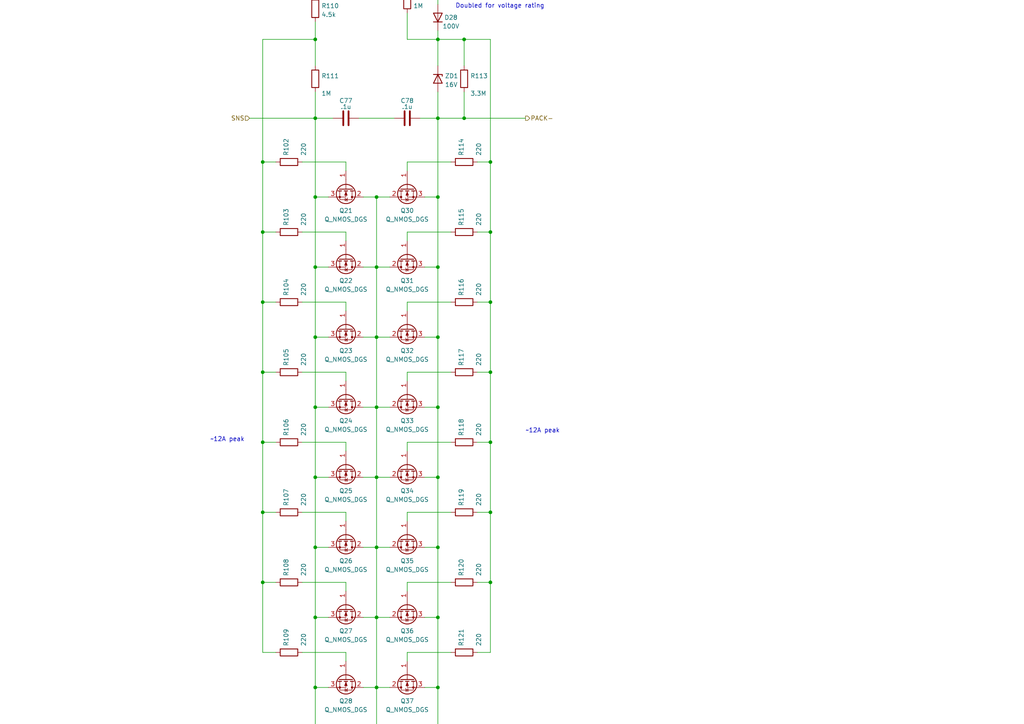
<source format=kicad_sch>
(kicad_sch (version 20211123) (generator eeschema)
  (paper "A4")
  (title_block (title "High Side Fets") (date "2022-10-30") (rev "Rev 0") (company "QTech BMS Dept"))
  (lib_symbols
    (symbol "Device:C" (pin_numbers hide) (pin_names (offset 0.254))
      (property "Reference" "C" (at 0.635 2.54 0))
      (property "Value" "C" (at 0.635 -2.54 0))
      (symbol "C_0_1"
        (polyline (pts (xy -2.032 -0.762) (xy 2.032 -0.762)) (stroke (width 0.508)))
        (polyline (pts (xy -2.032 0.762) (xy 2.032 0.762)) (stroke (width 0.508)))
      )
      (symbol "C_1_1"
        (pin passive line (at 0 3.81 270) (length 2.794) (name "~") (number "1"))
        (pin passive line (at 0 -3.81 90) (length 2.794) (name "~") (number "2"))
      )
    )
    (symbol "Device:D" (pin_numbers hide) (pin_names (offset 1.016) hide)
      (property "Reference" "D" (at 0 2.54 0))
      (property "Value" "D" (at 0 -2.54 0))
      (symbol "D_0_1"
        (polyline (pts (xy -1.27 1.27) (xy -1.27 -1.27)) (stroke (width 0.254)))
        (polyline (pts (xy 1.27 0) (xy -1.27 0)))
        (polyline (pts (xy 1.27 1.27) (xy 1.27 -1.27) (xy -1.27 0) (xy 1.27 1.27)) (stroke (width 0.254)))
      )
      (symbol "D_1_1"
        (pin passive line (at -3.81 0 0) (length 2.54) (name "K") (number "1"))
        (pin passive line (at 3.81 0 180) (length 2.54) (name "A") (number "2"))
      )
    )
    (symbol "Device:D_Zener" (pin_numbers hide) (pin_names (offset 1.016) hide)
      (property "Reference" "D" (at 0 2.54 0))
      (property "Value" "D_Zener" (at 0 -2.54 0))
      (symbol "D_Zener_0_1"
        (polyline (pts (xy 1.27 0) (xy -1.27 0)))
        (polyline (pts (xy -1.27 -1.27) (xy -1.27 1.27) (xy -0.762 1.27)) (stroke (width 0.254)))
        (polyline (pts (xy 1.27 -1.27) (xy 1.27 1.27) (xy -1.27 0) (xy 1.27 -1.27)) (stroke (width 0.254)))
      )
      (symbol "D_Zener_1_1"
        (pin passive line (at -3.81 0 0) (length 2.54) (name "K") (number "1"))
        (pin passive line (at 3.81 0 180) (length 2.54) (name "A") (number "2"))
      )
    )
    (symbol "Device:Q_NMOS_GDS" (pin_names (offset 0) hide)
      (property "Reference" "Q" (at 5.08 1.27 0))
      (property "Value" "Q_NMOS_GDS" (at 5.08 -1.27 0))
      (symbol "Q_NMOS_GDS_0_1"
        (polyline (pts (xy 0.254 0) (xy -2.54 0)))
        (polyline (pts (xy 0.254 1.905) (xy 0.254 -1.905)) (stroke (width 0.254)))
        (polyline (pts (xy 0.762 -1.27) (xy 0.762 -2.286)) (stroke (width 0.254)))
        (polyline (pts (xy 0.762 0.508) (xy 0.762 -0.508)) (stroke (width 0.254)))
        (polyline (pts (xy 0.762 2.286) (xy 0.762 1.27)) (stroke (width 0.254)))
        (polyline (pts (xy 2.54 2.54) (xy 2.54 1.778)))
        (polyline (pts (xy 2.54 -2.54) (xy 2.54 0) (xy 0.762 0)))
        (polyline (pts (xy 0.762 -1.778) (xy 3.302 -1.778) (xy 3.302 1.778) (xy 0.762 1.778)))
        (polyline (pts (xy 1.016 0) (xy 2.032 0.381) (xy 2.032 -0.381) (xy 1.016 0)) (fill (type outline)))
        (polyline (pts (xy 2.794 0.508) (xy 2.921 0.381) (xy 3.683 0.381) (xy 3.81 0.254)))
        (polyline (pts (xy 3.302 0.381) (xy 2.921 -0.254) (xy 3.683 -0.254) (xy 3.302 0.381)))
        (circle (center 1.651 0) (radius 2.794) (stroke (width 0.254)))
        (circle (center 2.54 -1.778) (radius 0.254) (fill (type outline)))
        (circle (center 2.54 1.778) (radius 0.254) (fill (type outline)))
      )
      (symbol "Q_NMOS_GDS_1_1"
        (pin input line (at -5.08 0 0) (length 2.54) (name "G") (number "1"))
        (pin passive line (at 2.54 5.08 270) (length 2.54) (name "D") (number "2"))
        (pin passive line (at 2.54 -5.08 90) (length 2.54) (name "S") (number "3"))
      )
    )
    (symbol "Device:Q_PMOS_DGS" (pin_names (offset 0) hide)
      (property "Reference" "Q" (at 5.08 1.27 0))
      (property "Value" "Q_PMOS_DGS" (at 5.08 -1.27 0))
      (symbol "Q_PMOS_DGS_0_1"
        (polyline (pts (xy 0.254 0) (xy -2.54 0)))
        (polyline (pts (xy 0.254 1.905) (xy 0.254 -1.905)) (stroke (width 0.254)))
        (polyline (pts (xy 0.762 -1.27) (xy 0.762 -2.286)) (stroke (width 0.254)))
        (polyline (pts (xy 0.762 0.508) (xy 0.762 -0.508)) (stroke (width 0.254)))
        (polyline (pts (xy 0.762 2.286) (xy 0.762 1.27)) (stroke (width 0.254)))
        (polyline (pts (xy 2.54 2.54) (xy 2.54 1.778)))
        (polyline (pts (xy 2.54 -2.54) (xy 2.54 0) (xy 0.762 0)))
        (polyline (pts (xy 0.762 1.778) (xy 3.302 1.778) (xy 3.302 -1.778) (xy 0.762 -1.778)))
        (polyline (pts (xy 2.286 0) (xy 1.27 0.381) (xy 1.27 -0.381) (xy 2.286 0)) (fill (type outline)))
        (polyline (pts (xy 2.794 -0.508) (xy 2.921 -0.381) (xy 3.683 -0.381) (xy 3.81 -0.254)))
        (polyline (pts (xy 3.302 -0.381) (xy 2.921 0.254) (xy 3.683 0.254) (xy 3.302 -0.381)))
        (circle (center 1.651 0) (radius 2.794) (stroke (width 0.254)))
        (circle (center 2.54 -1.778) (radius 0.254) (fill (type outline)))
        (circle (center 2.54 1.778) (radius 0.254) (fill (type outline)))
      )
      (symbol "Q_PMOS_DGS_1_1"
        (pin passive line (at 2.54 5.08 270) (length 2.54) (name "D") (number "1"))
        (pin input line (at -5.08 0 0) (length 2.54) (name "G") (number "2"))
        (pin passive line (at 2.54 -5.08 90) (length 2.54) (name "S") (number "3"))
      )
    )
    (symbol "Device:R" (pin_numbers hide) (pin_names (offset 0))
      (property "Reference" "R" (at 2.032 0 90))
      (property "Value" "R" (at 0 0 90))
      (symbol "R_0_1"
        (rectangle (start -1.016 -2.54) (end 1.016 2.54) (stroke (width 0.254)))
      )
      (symbol "R_1_1"
        (pin passive line (at 0 3.81 270) (length 1.27) (name "~") (number "1"))
        (pin passive line (at 0 -3.81 90) (length 1.27) (name "~") (number "2"))
      )
    )
  )
  (junction (at 76.2 87.63))
  (junction (at 91.44 179.07))
  (junction (at 91.44 199.39))
  (junction (at 109.22 213.36))
  (junction (at 109.22 77.47))
  (junction (at 142.24 107.95))
  (junction (at 76.2 107.95))
  (junction (at 109.22 179.07))
  (junction (at 142.24 87.63))
  (junction (at 142.24 168.91))
  (junction (at 91.44 11.43))
  (junction (at 127 11.43))
  (junction (at 109.22 97.79))
  (junction (at 91.44 158.75))
  (junction (at 142.24 148.59))
  (junction (at 127 34.29))
  (junction (at 91.44 57.15))
  (junction (at 76.2 168.91))
  (junction (at 134.62 11.43))
  (junction (at 91.44 118.11))
  (junction (at 76.2 67.31))
  (junction (at 134.62 34.29))
  (junction (at 76.2 148.59))
  (junction (at 127 179.07))
  (junction (at 127 57.15))
  (junction (at 109.22 118.11))
  (junction (at 76.2 128.27))
  (junction (at 118.11 -11.43))
  (junction (at 127 97.79))
  (junction (at 91.44 97.79))
  (junction (at 91.44 77.47))
  (junction (at 76.2 46.99))
  (junction (at 109.22 138.43))
  (junction (at 142.24 128.27))
  (junction (at 109.22 57.15))
  (junction (at 127 138.43))
  (junction (at 109.22 199.39))
  (junction (at 91.44 34.29))
  (junction (at 91.44 138.43))
  (junction (at 127 158.75))
  (junction (at 142.24 67.31))
  (junction (at 142.24 46.99))
  (junction (at 127 118.11))
  (junction (at 127 199.39))
  (junction (at 109.22 158.75))
  (junction (at 127 77.47))
  (wire (pts (xy 91.44 179.07) (xy 95.25 179.07)))
  (wire (pts (xy 100.33 130.81) (xy 100.33 128.27)))
  (wire (pts (xy 109.22 97.79) (xy 113.03 97.79)))
  (wire (pts (xy 109.22 138.43) (xy 113.03 138.43)))
  (wire (pts (xy 76.2 128.27) (xy 80.01 128.27)))
  (wire (pts (xy 76.2 148.59) (xy 80.01 148.59)))
  (wire (pts (xy 127 97.79) (xy 127 118.11)))
  (wire (pts (xy 100.33 107.95) (xy 87.63 107.95)))
  (wire (pts (xy 118.11 168.91) (xy 118.11 171.45)))
  (wire (pts (xy 76.2 46.99) (xy 76.2 67.31)))
  (wire (pts (xy 138.43 168.91) (xy 142.24 168.91)))
  (wire (pts (xy 76.2 87.63) (xy 80.01 87.63)))
  (wire (pts (xy 105.41 199.39) (xy 109.22 199.39)))
  (wire (pts (xy 91.44 -5.08) (xy 91.44 -1.27)))
  (wire (pts (xy 118.11 -30.48) (xy 118.11 -26.67)))
  (wire (pts (xy 142.24 67.31) (xy 142.24 87.63)))
  (wire (pts (xy 96.52 213.36) (xy 91.44 213.36)))
  (wire (pts (xy 91.44 97.79) (xy 95.25 97.79)))
  (wire (pts (xy 127 213.36) (xy 121.92 213.36)))
  (wire (pts (xy 76.2 168.91) (xy 76.2 148.59)))
  (wire (pts (xy 76.2 189.23) (xy 80.01 189.23)))
  (wire (pts (xy 100.33 189.23) (xy 87.63 189.23)))
  (wire (pts (xy 105.41 57.15) (xy 109.22 57.15)))
  (wire (pts (xy 104.14 34.29) (xy 114.3 34.29)))
  (wire (pts (xy 123.19 199.39) (xy 127 199.39)))
  (wire (pts (xy 91.44 179.07) (xy 91.44 199.39)))
  (wire (pts (xy 134.62 26.67) (xy 134.62 34.29)))
  (wire (pts (xy 105.41 97.79) (xy 109.22 97.79)))
  (wire (pts (xy 109.22 158.75) (xy 109.22 179.07)))
  (wire (pts (xy 142.24 46.99) (xy 142.24 67.31)))
  (wire (pts (xy 105.41 77.47) (xy 109.22 77.47)))
  (wire (pts (xy 127 11.43) (xy 127 19.05)))
  (wire (pts (xy 123.19 57.15) (xy 127 57.15)))
  (wire (pts (xy 109.22 77.47) (xy 109.22 97.79)))
  (wire (pts (xy 118.11 67.31) (xy 118.11 69.85)))
  (wire (pts (xy 109.22 77.47) (xy 113.03 77.47)))
  (wire (pts (xy 118.11 -16.51) (xy 118.11 -11.43)))
  (wire (pts (xy 91.44 26.67) (xy 91.44 34.29)))
  (wire (pts (xy 138.43 128.27) (xy 142.24 128.27)))
  (wire (pts (xy 106.68 -21.59) (xy 110.49 -21.59)))
  (wire (pts (xy 109.22 199.39) (xy 113.03 199.39)))
  (wire (pts (xy 109.22 179.07) (xy 113.03 179.07)))
  (wire (pts (xy 134.62 34.29) (xy 152.4 34.29)))
  (wire (pts (xy 118.11 11.43) (xy 127 11.43)))
  (wire (pts (xy 118.11 46.99) (xy 118.11 49.53)))
  (wire (pts (xy 100.33 148.59) (xy 87.63 148.59)))
  (wire (pts (xy 91.44 158.75) (xy 91.44 179.07)))
  (wire (pts (xy 105.41 179.07) (xy 109.22 179.07)))
  (wire (pts (xy 127 34.29) (xy 134.62 34.29)))
  (wire (pts (xy 109.22 118.11) (xy 109.22 138.43)))
  (wire (pts (xy 138.43 107.95) (xy 142.24 107.95)))
  (wire (pts (xy 118.11 168.91) (xy 130.81 168.91)))
  (wire (pts (xy 127 118.11) (xy 127 138.43)))
  (wire (pts (xy 127 -11.43) (xy 127 -8.89)))
  (wire (pts (xy 76.2 168.91) (xy 80.01 168.91)))
  (wire (pts (xy 91.44 57.15) (xy 95.25 57.15)))
  (wire (pts (xy 100.33 151.13) (xy 100.33 148.59)))
  (wire (pts (xy 118.11 -11.43) (xy 118.11 -3.81)))
  (wire (pts (xy 100.33 46.99) (xy 87.63 46.99)))
  (wire (pts (xy 134.62 11.43) (xy 134.62 19.05)))
  (wire (pts (xy 127 138.43) (xy 127 158.75)))
  (wire (pts (xy 76.2 107.95) (xy 76.2 128.27)))
  (wire (pts (xy 118.11 128.27) (xy 118.11 130.81)))
  (wire (pts (xy 138.43 46.99) (xy 142.24 46.99)))
  (wire (pts (xy 118.11 3.81) (xy 118.11 11.43)))
  (wire (pts (xy 76.2 128.27) (xy 76.2 148.59)))
  (wire (pts (xy 109.22 179.07) (xy 109.22 199.39)))
  (wire (pts (xy 91.44 199.39) (xy 95.25 199.39)))
  (wire (pts (xy 105.41 118.11) (xy 109.22 118.11)))
  (wire (pts (xy 76.2 46.99) (xy 80.01 46.99)))
  (wire (pts (xy 91.44 77.47) (xy 91.44 97.79)))
  (wire (pts (xy 127 26.67) (xy 127 34.29)))
  (wire (pts (xy 76.2 11.43) (xy 76.2 46.99)))
  (wire (pts (xy 76.2 189.23) (xy 76.2 168.91)))
  (wire (pts (xy 91.44 77.47) (xy 95.25 77.47)))
  (wire (pts (xy 109.22 213.36) (xy 104.14 213.36)))
  (wire (pts (xy 127 57.15) (xy 127 77.47)))
  (wire (pts (xy 100.33 110.49) (xy 100.33 107.95)))
  (wire (pts (xy 127 11.43) (xy 134.62 11.43)))
  (wire (pts (xy 91.44 158.75) (xy 95.25 158.75)))
  (wire (pts (xy 127 77.47) (xy 127 97.79)))
  (wire (pts (xy 100.33 49.53) (xy 100.33 46.99)))
  (wire (pts (xy 134.62 11.43) (xy 142.24 11.43)))
  (wire (pts (xy 127 34.29) (xy 127 57.15)))
  (wire (pts (xy 91.44 138.43) (xy 91.44 158.75)))
  (wire (pts (xy 142.24 128.27) (xy 142.24 107.95)))
  (wire (pts (xy 109.22 199.39) (xy 109.22 213.36)))
  (wire (pts (xy 76.2 67.31) (xy 76.2 87.63)))
  (wire (pts (xy 91.44 138.43) (xy 95.25 138.43)))
  (wire (pts (xy 109.22 118.11) (xy 113.03 118.11)))
  (wire (pts (xy 109.22 158.75) (xy 113.03 158.75)))
  (wire (pts (xy 123.19 158.75) (xy 127 158.75)))
  (wire (pts (xy 138.43 67.31) (xy 142.24 67.31)))
  (wire (pts (xy 105.41 158.75) (xy 109.22 158.75)))
  (wire (pts (xy 100.33 69.85) (xy 100.33 67.31)))
  (wire (pts (xy 76.2 107.95) (xy 76.2 87.63)))
  (wire (pts (xy 142.24 11.43) (xy 142.24 46.99)))
  (wire (pts (xy 142.24 189.23) (xy 142.24 168.91)))
  (wire (pts (xy 109.22 57.15) (xy 113.03 57.15)))
  (wire (pts (xy 142.24 128.27) (xy 142.24 148.59)))
  (wire (pts (xy 118.11 148.59) (xy 130.81 148.59)))
  (wire (pts (xy 123.19 118.11) (xy 127 118.11)))
  (wire (pts (xy 118.11 67.31) (xy 130.81 67.31)))
  (wire (pts (xy 118.11 87.63) (xy 130.81 87.63)))
  (wire (pts (xy 127 199.39) (xy 127 213.36)))
  (wire (pts (xy 76.2 11.43) (xy 91.44 11.43)))
  (wire (pts (xy 142.24 107.95) (xy 142.24 87.63)))
  (wire (pts (xy 118.11 107.95) (xy 130.81 107.95)))
  (wire (pts (xy 123.19 138.43) (xy 127 138.43)))
  (wire (pts (xy 121.92 34.29) (xy 127 34.29)))
  (wire (pts (xy 91.44 199.39) (xy 91.44 213.36)))
  (wire (pts (xy 118.11 -11.43) (xy 127 -11.43)))
  (wire (pts (xy 100.33 168.91) (xy 87.63 168.91)))
  (wire (pts (xy 142.24 148.59) (xy 138.43 148.59)))
  (wire (pts (xy 109.22 97.79) (xy 109.22 118.11)))
  (wire (pts (xy 118.11 128.27) (xy 130.81 128.27)))
  (wire (pts (xy 138.43 189.23) (xy 142.24 189.23)))
  (wire (pts (xy 91.44 118.11) (xy 95.25 118.11)))
  (wire (pts (xy 100.33 87.63) (xy 100.33 90.17)))
  (wire (pts (xy 76.2 67.31) (xy 80.01 67.31)))
  (wire (pts (xy 109.22 57.15) (xy 109.22 77.47)))
  (wire (pts (xy 91.44 19.05) (xy 91.44 11.43)))
  (wire (pts (xy 123.19 77.47) (xy 127 77.47)))
  (wire (pts (xy 91.44 6.35) (xy 91.44 11.43)))
  (wire (pts (xy 72.39 34.29) (xy 91.44 34.29)))
  (wire (pts (xy 91.44 57.15) (xy 91.44 77.47)))
  (wire (pts (xy 118.11 189.23) (xy 118.11 191.77)))
  (wire (pts (xy 127 8.89) (xy 127 11.43)))
  (wire (pts (xy 127 179.07) (xy 127 199.39)))
  (wire (pts (xy 138.43 87.63) (xy 142.24 87.63)))
  (wire (pts (xy 118.11 46.99) (xy 130.81 46.99)))
  (wire (pts (xy 118.11 107.95) (xy 118.11 110.49)))
  (wire (pts (xy 100.33 191.77) (xy 100.33 189.23)))
  (wire (pts (xy 91.44 97.79) (xy 91.44 118.11)))
  (wire (pts (xy 76.2 107.95) (xy 80.01 107.95)))
  (wire (pts (xy 105.41 138.43) (xy 109.22 138.43)))
  (wire (pts (xy 114.3 213.36) (xy 109.22 213.36)))
  (wire (pts (xy 91.44 34.29) (xy 96.52 34.29)))
  (wire (pts (xy 118.11 87.63) (xy 118.11 90.17)))
  (wire (pts (xy 118.11 148.59) (xy 118.11 151.13)))
  (wire (pts (xy 127 -1.27) (xy 127 1.27)))
  (wire (pts (xy 91.44 118.11) (xy 91.44 138.43)))
  (wire (pts (xy 91.44 34.29) (xy 91.44 57.15)))
  (wire (pts (xy 100.33 67.31) (xy 87.63 67.31)))
  (wire (pts (xy 109.22 138.43) (xy 109.22 158.75)))
  (wire (pts (xy 100.33 171.45) (xy 100.33 168.91)))
  (wire (pts (xy 100.33 87.63) (xy 87.63 87.63)))
  (wire (pts (xy 123.19 179.07) (xy 127 179.07)))
  (wire (pts (xy 123.19 97.79) (xy 127 97.79)))
  (wire (pts (xy 100.33 128.27) (xy 87.63 128.27)))
  (wire (pts (xy 127 158.75) (xy 127 179.07)))
  (wire (pts (xy 142.24 168.91) (xy 142.24 148.59)))
  (wire (pts (xy 118.11 189.23) (xy 130.81 189.23)))
  (text "~22A peak" (at 106.68 217.17 0) (effects (font (size 1.27 1.27)) (justify left bottom)))
  (text "Doubled for voltage rating" (at 132.08 2.54 0) (effects (font (size 1.27 1.27)) (justify left bottom)))
  (text "~12A peak" (at 152.4 125.73 0) (effects (font (size 1.27 1.27)) (justify left bottom)))
  (text "~12A peak" (at 60.96 128.27 0) (effects (font (size 1.27 1.27)) (justify left bottom)))
  (hierarchical_label "PACK-" (shape output) (at 152.4 34.29 0))
  (hierarchical_label "SNS" (shape input) (at 72.39 34.29 180))
  (hierarchical_label "CHG" (shape input) (at 118.11 -30.48 90))
  (hierarchical_label "DSG" (shape input) (at 91.44 -5.08 90))
  (hierarchical_label "GND" (shape input) (at 106.68 -21.59 180))
  (symbol (lib_id "Device:D_Zener") (at 127 22.86 270) (unit 1)
    (property "Reference" "ZD1" (at 129.032 22.0253 90) (effects (justify left)))
    (property "Value" "16V" (at 129.032 24.5622 90) (effects (justify left)))
    (property "Footprint" "Diode_SMD:D_SOD-323" (effects hide))
    (property "Src_Page" "Figure 10-5" (effects hide))
  )
  (symbol (lib_id "Device:Q_PMOS_DGS") (at 115.57 -21.59 0) (mirror x) (unit 1)
    (property "Reference" "Q29" (at 120.777 -22.4247 0) (effects (justify left)))
    (property "Value" "Q_PMOS_DGS" (at 120.777 -19.8878 0) (effects (justify left)))
    (property "Footprint" "Package_TO_SOT_SMD:SOT-23" (effects hide))
    (property "Src_Page" "Figure 10-5" (effects hide))
  )
  (symbol (lib_id "Device:R") (at 83.82 67.31 90) (unit 1)
    (property "Reference" "R103" (at 82.9853 65.532 0) (effects (justify left)))
    (property "Value" "220" (at 88.0622 65.532 0) (effects (justify left)))
    (property "Footprint" "Resistor_SMD:R_0603_1608Metric" (effects hide))
    (property "Src_Value" "R_gs_dsg" (effects hide))
    (property "Src_Page" "Table 10-1" (effects hide))
  )
  (symbol (lib_id "Device:R") (at 134.62 148.59 90) (unit 1)
    (property "Reference" "R119" (at 133.7853 146.812 0) (effects (justify left)))
    (property "Value" "220" (at 138.8622 146.812 0) (effects (justify left)))
    (property "Footprint" "Resistor_SMD:R_0603_1608Metric" (effects hide))
    (property "Src_Value" "R_gs_dsg" (effects hide))
    (property "Src_Page" "Table 10-1" (effects hide))
  )
  (symbol (lib_id "Device:R") (at 134.62 46.99 90) (unit 1)
    (property "Reference" "R114" (at 133.7853 45.212 0) (effects (justify left)))
    (property "Value" "220" (at 138.8622 45.212 0) (effects (justify left)))
    (property "Footprint" "Resistor_SMD:R_0603_1608Metric" (effects hide))
    (property "Src_Value" "R_gs_dsg" (effects hide))
    (property "Src_Page" "Table 10-1" (effects hide))
  )
  (symbol (lib_id "Device:Q_NMOS_GDS") (at 118.11 74.93 90) (mirror x) (unit 1)
    (property "Reference" "Q31" (at 118.11 81.4054 90))
    (property "Value" "Q_NMOS_DGS" (at 118.11 83.9423 90))
    (property "Footprint" "Package_TO_SOT_SMD:TO-252-2" (effects hide))
    (property "Src_Value" "dsg_fet" (effects hide))
    (property "Spice_Primitive" "M" (effects hide))
    (property "Spice_Model" "Q_NMOS_DGS" (effects hide))
    (property "Spice_Netlist_Enabled" "Y" (effects hide))
  )
  (symbol (lib_id "Device:C") (at 100.33 34.29 90) (unit 1)
    (property "Reference" "C77" (at 100.33 29.21 90))
    (property "Value" ".1u" (at 100.33 30.9681 90))
    (property "Footprint" "Capacitor_SMD:C_0603_1608Metric" (effects hide))
  )
  (symbol (lib_id "Device:C") (at 118.11 34.29 90) (unit 1)
    (property "Reference" "C78" (at 118.11 29.21 90))
    (property "Value" ".1u" (at 118.11 30.9681 90))
    (property "Footprint" "Capacitor_SMD:C_0603_1608Metric" (effects hide))
  )
  (symbol (lib_id "Device:Q_NMOS_GDS") (at 100.33 95.25 270) (unit 1)
    (property "Reference" "Q23" (at 100.33 101.7254 90))
    (property "Value" "Q_NMOS_DGS" (at 100.33 104.2623 90))
    (property "Footprint" "Package_TO_SOT_SMD:TO-252-2" (effects hide))
    (property "Src_Value" "dsg_fet" (effects hide))
    (property "Spice_Primitive" "M" (effects hide))
    (property "Spice_Model" "Q_NMOS_DGS" (effects hide))
    (property "Spice_Netlist_Enabled" "Y" (effects hide))
  )
  (symbol (lib_id "Device:R") (at 134.62 87.63 90) (unit 1)
    (property "Reference" "R116" (at 133.7853 85.852 0) (effects (justify left)))
    (property "Value" "220" (at 138.8622 85.852 0) (effects (justify left)))
    (property "Footprint" "Resistor_SMD:R_0603_1608Metric" (effects hide))
    (property "Src_Value" "R_gs_dsg" (effects hide))
    (property "Src_Page" "Table 10-1" (effects hide))
  )
  (symbol (lib_id "Device:Q_NMOS_GDS") (at 118.11 95.25 90) (mirror x) (unit 1)
    (property "Reference" "Q32" (at 118.11 101.7254 90))
    (property "Value" "Q_NMOS_DGS" (at 118.11 104.2623 90))
    (property "Footprint" "Package_TO_SOT_SMD:TO-252-2" (effects hide))
    (property "Src_Value" "dsg_fet" (effects hide))
    (property "Spice_Primitive" "M" (effects hide))
    (property "Spice_Model" "Q_NMOS_DGS" (effects hide))
    (property "Spice_Netlist_Enabled" "Y" (effects hide))
  )
  (symbol (lib_id "Device:R") (at 134.62 67.31 90) (unit 1)
    (property "Reference" "R115" (at 133.7853 65.532 0) (effects (justify left)))
    (property "Value" "220" (at 138.8622 65.532 0) (effects (justify left)))
    (property "Footprint" "Resistor_SMD:R_0603_1608Metric" (effects hide))
    (property "Src_Value" "R_gs_dsg" (effects hide))
    (property "Src_Page" "Table 10-1" (effects hide))
  )
  (symbol (lib_id "Device:R") (at 83.82 46.99 90) (unit 1)
    (property "Reference" "R102" (at 82.9853 45.212 0) (effects (justify left)))
    (property "Value" "220" (at 88.0622 45.212 0) (effects (justify left)))
    (property "Footprint" "Resistor_SMD:R_0603_1608Metric" (effects hide))
    (property "Src_Value" "R_gs_dsg" (effects hide))
    (property "Src_Page" "Table 10-1" (effects hide))
  )
  (symbol (lib_id "Device:D") (at 118.11 213.36 0) (unit 1)
    (property "Reference" "D26" (at 114.3 210.82 0))
    (property "Value" "D" (at 118.11 210.9271 0))
    (property "Footprint" "Diode_SMD:D_SMC" (effects hide))
  )
  (symbol (lib_id "Device:D") (at 127 5.08 90) (unit 1)
    (property "Reference" "D28" (at 130.81 5.08 90))
    (property "Value" "100V" (at 130.81 7.62 90))
    (property "Footprint" "Diode_SMD:D_SOD-123" (effects hide))
    (property "Src_Page" "Figure 10-5" (effects hide))
  )
  (symbol (lib_id "Device:R") (at 83.82 107.95 90) (unit 1)
    (property "Reference" "R105" (at 82.9853 106.172 0) (effects (justify left)))
    (property "Value" "220" (at 88.0622 106.172 0) (effects (justify left)))
    (property "Footprint" "Resistor_SMD:R_0603_1608Metric" (effects hide))
    (property "Src_Value" "R_gs_dsg" (effects hide))
    (property "Src_Page" "Table 10-1" (effects hide))
  )
  (symbol (lib_id "Device:R") (at 83.82 168.91 90) (unit 1)
    (property "Reference" "R108" (at 82.9853 167.132 0) (effects (justify left)))
    (property "Value" "220" (at 88.0622 167.132 0) (effects (justify left)))
    (property "Footprint" "Resistor_SMD:R_0603_1608Metric" (effects hide))
    (property "Src_Value" "R_gs_dsg" (effects hide))
    (property "Src_Page" "Table 10-1" (effects hide))
  )
  (symbol (lib_id "Device:Q_NMOS_GDS") (at 100.33 135.89 270) (unit 1)
    (property "Reference" "Q25" (at 100.33 142.3654 90))
    (property "Value" "Q_NMOS_DGS" (at 100.33 144.9023 90))
    (property "Footprint" "Package_TO_SOT_SMD:TO-252-2" (effects hide))
    (property "Src_Value" "dsg_fet" (effects hide))
    (property "Spice_Primitive" "M" (effects hide))
    (property "Spice_Model" "Q_NMOS_DGS" (effects hide))
    (property "Spice_Netlist_Enabled" "Y" (effects hide))
  )
  (symbol (lib_id "Device:Q_NMOS_GDS") (at 100.33 156.21 270) (unit 1)
    (property "Reference" "Q26" (at 100.33 162.6854 90))
    (property "Value" "Q_NMOS_DGS" (at 100.33 165.2223 90))
    (property "Footprint" "Package_TO_SOT_SMD:TO-252-2" (effects hide))
    (property "Src_Value" "dsg_fet" (effects hide))
    (property "Spice_Primitive" "M" (effects hide))
    (property "Spice_Model" "Q_NMOS_DGS" (effects hide))
    (property "Spice_Netlist_Enabled" "Y" (effects hide))
  )
  (symbol (lib_id "Device:Q_NMOS_GDS") (at 118.11 196.85 90) (mirror x) (unit 1)
    (property "Reference" "Q37" (at 118.11 203.3254 90))
    (property "Value" "Q_NMOS_DGS" (at 118.11 205.8623 90))
    (property "Footprint" "Package_TO_SOT_SMD:TO-252-2" (effects hide))
    (property "Src_Value" "dsg_fet" (effects hide))
    (property "Spice_Primitive" "M" (effects hide))
    (property "Spice_Model" "Q_NMOS_DGS" (effects hide))
    (property "Spice_Netlist_Enabled" "Y" (effects hide))
  )
  (symbol (lib_id "Device:R") (at 91.44 22.86 0) (unit 1)
    (property "Reference" "R111" (at 93.218 22.0253 0) (effects (justify left)))
    (property "Value" "1M" (at 93.218 27.1022 0) (effects (justify left)))
    (property "Footprint" "Resistor_SMD:R_0603_1608Metric" (effects hide))
    (property "Src_Value" "R_gs_dsg" (effects hide))
    (property "Src_Page" "Table 10-1" (effects hide))
  )
  (symbol (lib_id "Device:Q_NMOS_GDS") (at 100.33 115.57 270) (unit 1)
    (property "Reference" "Q24" (at 100.33 122.0454 90))
    (property "Value" "Q_NMOS_DGS" (at 100.33 124.5823 90))
    (property "Footprint" "Package_TO_SOT_SMD:TO-252-2" (effects hide))
    (property "Src_Value" "dsg_fet" (effects hide))
    (property "Spice_Primitive" "M" (effects hide))
    (property "Spice_Model" "Q_NMOS_DGS" (effects hide))
    (property "Spice_Netlist_Enabled" "Y" (effects hide))
  )
  (symbol (lib_id "Device:R") (at 83.82 189.23 90) (unit 1)
    (property "Reference" "R109" (at 82.9853 187.452 0) (effects (justify left)))
    (property "Value" "220" (at 88.0622 187.452 0) (effects (justify left)))
    (property "Footprint" "Resistor_SMD:R_0603_1608Metric" (effects hide))
    (property "Src_Value" "R_gs_dsg" (effects hide))
    (property "Src_Page" "Table 10-1" (effects hide))
  )
  (symbol (lib_id "Device:R") (at 118.11 0 0) (unit 1)
    (property "Reference" "R112" (at 119.888 -0.8347 0) (effects (justify left)))
    (property "Value" "1M" (at 119.888 1.7022 0) (effects (justify left)))
    (property "Footprint" "Resistor_SMD:R_0603_1608Metric" (effects hide))
    (property "Src_Value" "R_chg" (effects hide))
    (property "Src_Page" "Table 10-1" (effects hide))
  )
  (symbol (lib_id "Device:Q_NMOS_GDS") (at 100.33 176.53 270) (unit 1)
    (property "Reference" "Q27" (at 100.33 183.0054 90))
    (property "Value" "Q_NMOS_DGS" (at 100.33 185.5423 90))
    (property "Footprint" "Package_TO_SOT_SMD:TO-252-2" (effects hide))
    (property "Src_Value" "dsg_fet" (effects hide))
    (property "Spice_Primitive" "M" (effects hide))
    (property "Spice_Model" "Q_NMOS_DGS" (effects hide))
    (property "Spice_Netlist_Enabled" "Y" (effects hide))
  )
  (symbol (lib_id "Device:Q_NMOS_GDS") (at 100.33 54.61 270) (unit 1)
    (property "Reference" "Q21" (at 100.33 61.0854 90))
    (property "Value" "Q_NMOS_DGS" (at 100.33 63.6223 90))
    (property "Footprint" "Package_TO_SOT_SMD:TO-252-2" (effects hide))
    (property "Src_Value" "dsg_fet" (effects hide))
    (property "Spice_Primitive" "M" (effects hide))
    (property "Spice_Model" "Q_NMOS_DGS" (effects hide))
    (property "Spice_Netlist_Enabled" "Y" (effects hide))
  )
  (symbol (lib_id "Device:Q_NMOS_GDS") (at 118.11 176.53 90) (mirror x) (unit 1)
    (property "Reference" "Q36" (at 118.11 183.0054 90))
    (property "Value" "Q_NMOS_DGS" (at 118.11 185.5423 90))
    (property "Footprint" "Package_TO_SOT_SMD:TO-252-2" (effects hide))
    (property "Src_Value" "dsg_fet" (effects hide))
    (property "Spice_Primitive" "M" (effects hide))
    (property "Spice_Model" "Q_NMOS_DGS" (effects hide))
    (property "Spice_Netlist_Enabled" "Y" (effects hide))
  )
  (symbol (lib_id "Device:Q_NMOS_GDS") (at 100.33 196.85 270) (unit 1)
    (property "Reference" "Q28" (at 100.33 203.3254 90))
    (property "Value" "Q_NMOS_DGS" (at 100.33 205.8623 90))
    (property "Footprint" "Package_TO_SOT_SMD:TO-252-2" (effects hide))
    (property "Src_Value" "dsg_fet" (effects hide))
    (property "Spice_Primitive" "M" (effects hide))
    (property "Spice_Model" "Q_NMOS_DGS" (effects hide))
    (property "Spice_Netlist_Enabled" "Y" (effects hide))
  )
  (symbol (lib_id "Device:R") (at 134.62 128.27 90) (unit 1)
    (property "Reference" "R118" (at 133.7853 126.492 0) (effects (justify left)))
    (property "Value" "220" (at 138.8622 126.492 0) (effects (justify left)))
    (property "Footprint" "Resistor_SMD:R_0603_1608Metric" (effects hide))
    (property "Src_Value" "R_gs_dsg" (effects hide))
    (property "Src_Page" "Table 10-1" (effects hide))
  )
  (symbol (lib_id "Device:R") (at 134.62 22.86 0) (unit 1)
    (property "Reference" "R113" (at 136.398 22.0253 0) (effects (justify left)))
    (property "Value" "3.3M" (at 136.398 27.1022 0) (effects (justify left)))
    (property "Footprint" "Resistor_SMD:R_0603_1608Metric" (effects hide))
    (property "Src_Value" "R_gs_chg" (effects hide))
    (property "Src_Page" "Table 10-1" (effects hide))
  )
  (symbol (lib_id "Device:R") (at 83.82 87.63 90) (unit 1)
    (property "Reference" "R104" (at 82.9853 85.852 0) (effects (justify left)))
    (property "Value" "220" (at 88.0622 85.852 0) (effects (justify left)))
    (property "Footprint" "Resistor_SMD:R_0603_1608Metric" (effects hide))
    (property "Src_Value" "R_gs_dsg" (effects hide))
    (property "Src_Page" "Table 10-1" (effects hide))
  )
  (symbol (lib_id "Device:Q_NMOS_GDS") (at 118.11 54.61 90) (mirror x) (unit 1)
    (property "Reference" "Q30" (at 118.11 61.0854 90))
    (property "Value" "Q_NMOS_DGS" (at 118.11 63.6223 90))
    (property "Footprint" "Package_TO_SOT_SMD:TO-252-2" (effects hide))
    (property "Src_Value" "dsg_fet" (effects hide))
    (property "Spice_Primitive" "M" (effects hide))
    (property "Spice_Model" "Q_NMOS_DGS" (effects hide))
    (property "Spice_Netlist_Enabled" "Y" (effects hide))
  )
  (symbol (lib_id "Device:R") (at 134.62 168.91 90) (unit 1)
    (property "Reference" "R120" (at 133.7853 167.132 0) (effects (justify left)))
    (property "Value" "220" (at 138.8622 167.132 0) (effects (justify left)))
    (property "Footprint" "Resistor_SMD:R_0603_1608Metric" (effects hide))
    (property "Src_Value" "R_gs_dsg" (effects hide))
    (property "Src_Page" "Table 10-1" (effects hide))
  )
  (symbol (lib_id "Device:Q_NMOS_GDS") (at 118.11 156.21 90) (mirror x) (unit 1)
    (property "Reference" "Q35" (at 118.11 162.6854 90))
    (property "Value" "Q_NMOS_DGS" (at 118.11 165.2223 90))
    (property "Footprint" "Package_TO_SOT_SMD:TO-252-2" (effects hide))
    (property "Src_Value" "dsg_fet" (effects hide))
    (property "Spice_Primitive" "M" (effects hide))
    (property "Spice_Model" "Q_NMOS_DGS" (effects hide))
    (property "Spice_Netlist_Enabled" "Y" (effects hide))
  )
  (symbol (lib_id "Device:D") (at 100.33 213.36 180) (unit 1)
    (property "Reference" "D25" (at 97.79 210.82 0))
    (property "Value" "D" (at 100.33 210.9271 0))
    (property "Footprint" "Diode_SMD:D_SMC" (effects hide))
  )
  (symbol (lib_id "Device:D") (at 127 -5.08 90) (unit 1)
    (property "Reference" "D27" (at 130.81 -5.08 90))
    (property "Value" "100V" (at 130.81 -2.54 90))
    (property "Footprint" "Diode_SMD:D_SOD-123" (effects hide))
    (property "Src_Page" "Figure 10-5" (effects hide))
  )
  (symbol (lib_id "Device:Q_NMOS_GDS") (at 118.11 115.57 90) (mirror x) (unit 1)
    (property "Reference" "Q33" (at 118.11 122.0454 90))
    (property "Value" "Q_NMOS_DGS" (at 118.11 124.5823 90))
    (property "Footprint" "Package_TO_SOT_SMD:TO-252-2" (effects hide))
    (property "Src_Value" "dsg_fet" (effects hide))
    (property "Spice_Primitive" "M" (effects hide))
    (property "Spice_Model" "Q_NMOS_DGS" (effects hide))
    (property "Spice_Netlist_Enabled" "Y" (effects hide))
  )
  (symbol (lib_id "Device:Q_NMOS_GDS") (at 118.11 135.89 90) (mirror x) (unit 1)
    (property "Reference" "Q34" (at 118.11 142.3654 90))
    (property "Value" "Q_NMOS_DGS" (at 118.11 144.9023 90))
    (property "Footprint" "Package_TO_SOT_SMD:TO-252-2" (effects hide))
    (property "Src_Value" "dsg_fet" (effects hide))
    (property "Spice_Primitive" "M" (effects hide))
    (property "Spice_Model" "Q_NMOS_DGS" (effects hide))
    (property "Spice_Netlist_Enabled" "Y" (effects hide))
  )
  (symbol (lib_id "Device:Q_NMOS_GDS") (at 100.33 74.93 270) (unit 1)
    (property "Reference" "Q22" (at 100.33 81.4054 90))
    (property "Value" "Q_NMOS_DGS" (at 100.33 83.9423 90))
    (property "Footprint" "Package_TO_SOT_SMD:TO-252-2" (effects hide))
    (property "Src_Value" "dsg_fet" (effects hide))
    (property "Spice_Primitive" "M" (effects hide))
    (property "Spice_Model" "Q_NMOS_DGS" (effects hide))
    (property "Spice_Netlist_Enabled" "Y" (effects hide))
  )
  (symbol (lib_id "Device:R") (at 91.44 2.54 0) (unit 1)
    (property "Reference" "R110" (at 93.218 1.7053 0) (effects (justify left)))
    (property "Value" "4.5k" (at 93.218 4.2422 0) (effects (justify left)))
    (property "Footprint" "Resistor_SMD:R_0603_1608Metric" (effects hide))
    (property "Src_Value" "R_dsg" (effects hide))
    (property "Src_Page" "Table 10-1" (effects hide))
  )
  (symbol (lib_id "Device:R") (at 83.82 148.59 90) (unit 1)
    (property "Reference" "R107" (at 82.9853 146.812 0) (effects (justify left)))
    (property "Value" "220" (at 88.0622 146.812 0) (effects (justify left)))
    (property "Footprint" "Resistor_SMD:R_0603_1608Metric" (effects hide))
    (property "Src_Value" "R_gs_dsg" (effects hide))
    (property "Src_Page" "Table 10-1" (effects hide))
  )
  (symbol (lib_id "Device:R") (at 134.62 107.95 90) (unit 1)
    (property "Reference" "R117" (at 133.7853 106.172 0) (effects (justify left)))
    (property "Value" "220" (at 138.8622 106.172 0) (effects (justify left)))
    (property "Footprint" "Resistor_SMD:R_0603_1608Metric" (effects hide))
    (property "Src_Value" "R_gs_dsg" (effects hide))
    (property "Src_Page" "Table 10-1" (effects hide))
  )
  (symbol (lib_id "Device:R") (at 134.62 189.23 90) (unit 1)
    (property "Reference" "R121" (at 133.7853 187.452 0) (effects (justify left)))
    (property "Value" "220" (at 138.8622 187.452 0) (effects (justify left)))
    (property "Footprint" "Resistor_SMD:R_0603_1608Metric" (effects hide))
    (property "Src_Value" "R_gs_dsg" (effects hide))
    (property "Src_Page" "Table 10-1" (effects hide))
  )
  (symbol (lib_id "Device:R") (at 83.82 128.27 90) (unit 1)
    (property "Reference" "R106" (at 82.9853 126.492 0) (effects (justify left)))
    (property "Value" "220" (at 88.0622 126.492 0) (effects (justify left)))
    (property "Footprint" "Resistor_SMD:R_0603_1608Metric" (effects hide))
    (property "Src_Value" "R_gs_dsg" (effects hide))
    (property "Src_Page" "Table 10-1" (effects hide))
  )
)
</source>
